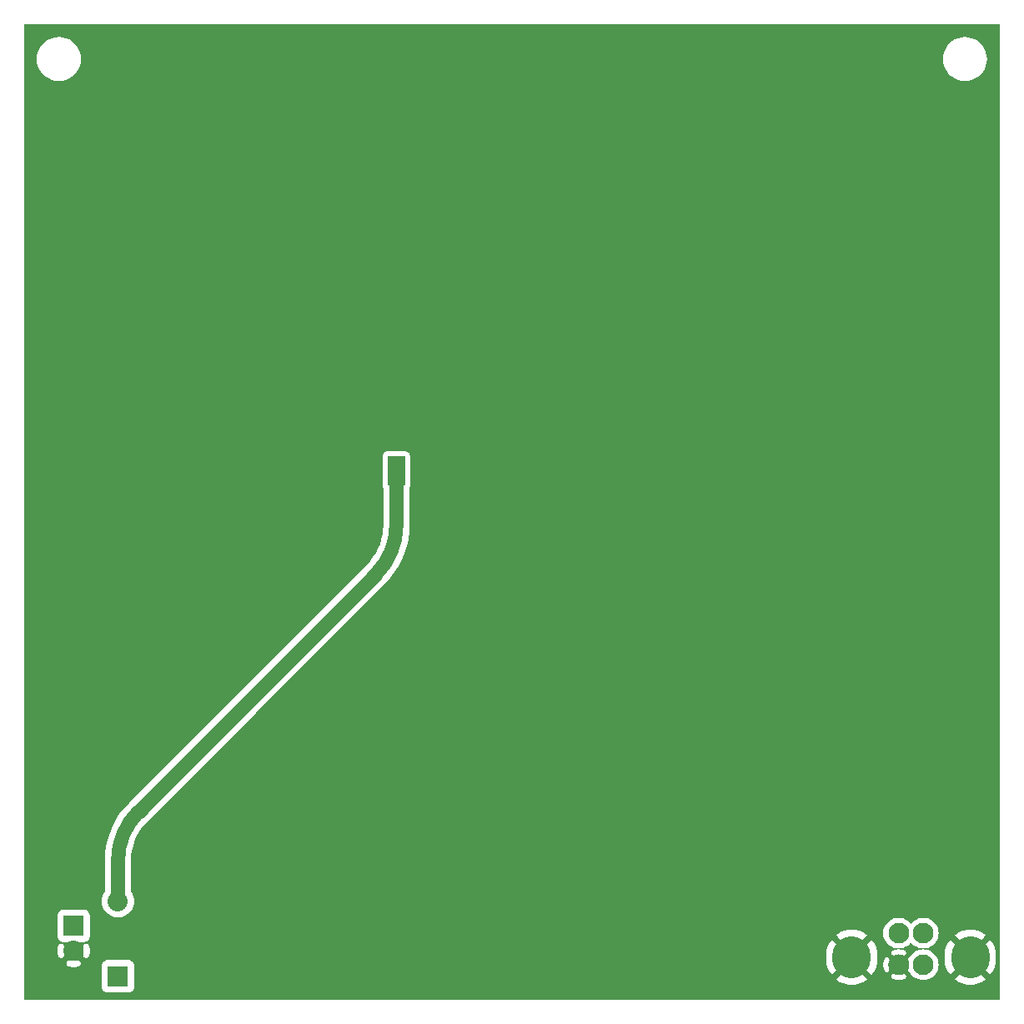
<source format=gbl>
G04 start of page 2 for group 8 layer_idx 1 *
G04 Title: (unknown), bottom_copper *
G04 Creator: pcb-rnd 3.1.5-dev *
G04 CreationDate: 2024-03-24 09:53:49 UTC *
G04 For: STEM4ukraine *
G04 Format: Gerber/RS-274X *
G04 PCB-Dimensions: 393701 393701 *
G04 PCB-Coordinate-Origin: lower left *
%MOIN*%
%FSLAX25Y25*%
%LNBOTTOM_COPPER_NONE_8*%
%ADD27C,0.0374*%
%ADD26C,0.0394*%
%ADD25C,0.1220*%
%ADD24C,0.1260*%
%ADD23C,0.0827*%
%ADD22C,0.1535*%
%ADD21C,0.0800*%
%ADD20C,0.0551*%
%ADD19C,0.0001*%
G54D19*G36*
X391732Y391732D02*Y1969D01*
X385658D01*
Y9593D01*
X386079Y9851D01*
X386344Y10077D01*
X385658Y10764D01*
Y14299D01*
X388112Y11845D01*
X388338Y12110D01*
X389175Y13476D01*
X389788Y14956D01*
X390162Y16513D01*
X390256Y18110D01*
Y19685D01*
X390162Y21282D01*
X389788Y22840D01*
X389175Y24320D01*
X388338Y25685D01*
X388112Y25950D01*
X385658Y23496D01*
Y27032D01*
X386344Y27718D01*
X386079Y27944D01*
X385658Y28202D01*
Y373685D01*
X385817Y373946D01*
X386347Y375225D01*
X386670Y376572D01*
X386752Y377953D01*
X386670Y379334D01*
X386347Y380680D01*
X385817Y381960D01*
X385658Y382220D01*
Y391732D01*
X391732D01*
G37*
G36*
X384713Y28781D02*X383233Y29394D01*
X381676Y29768D01*
X380079Y29894D01*
X378482Y29768D01*
X377939Y29638D01*
Y369127D01*
X377953Y369126D01*
X379334Y369235D01*
X380680Y369558D01*
X381960Y370088D01*
X383141Y370812D01*
X384194Y371712D01*
X385093Y372765D01*
X385658Y373685D01*
Y28202D01*
X384713Y28781D01*
G37*
G36*
X380079Y16342D02*X377939Y14203D01*
Y17738D01*
X379098Y18898D01*
X377939Y20057D01*
Y23592D01*
X380079Y21453D01*
X385658Y27032D01*
Y23496D01*
X381059Y18898D01*
X385658Y14299D01*
Y10764D01*
X380079Y16342D01*
G37*
G36*
X377939Y1969D02*Y8158D01*
X378482Y8027D01*
X380079Y7902D01*
X381676Y8027D01*
X383233Y8401D01*
X384713Y9014D01*
X385658Y9593D01*
Y1969D01*
X377939D01*
G37*
G36*
X385658Y391732D02*Y382220D01*
X385093Y383141D01*
X384194Y384194D01*
X383141Y385093D01*
X381960Y385817D01*
X380680Y386347D01*
X379334Y386670D01*
X377953Y386779D01*
X377939Y386778D01*
Y391732D01*
X385658D01*
G37*
G36*
X377939D02*Y386778D01*
X376572Y386670D01*
X375225Y386347D01*
X373946Y385817D01*
X372765Y385093D01*
X371712Y384194D01*
X370812Y383141D01*
X370088Y381960D01*
X369558Y380680D01*
X369235Y379334D01*
X369126Y377953D01*
X369235Y376572D01*
X369558Y375225D01*
X370088Y373946D01*
X370812Y372765D01*
X371712Y371712D01*
X372765Y370812D01*
X373946Y370088D01*
X375225Y369558D01*
X376572Y369235D01*
X377939Y369127D01*
Y29638D01*
X376924Y29394D01*
X375444Y28781D01*
X374078Y27944D01*
X373814Y27718D01*
X377939Y23592D01*
Y20057D01*
X372046Y25950D01*
X371820Y25685D01*
X370983Y24320D01*
X370370Y22840D01*
X369996Y21282D01*
X369902Y19685D01*
Y18110D01*
X369996Y16513D01*
X370370Y14956D01*
X370983Y13476D01*
X371820Y12110D01*
X372046Y11845D01*
X377939Y17738D01*
Y14203D01*
X373814Y10077D01*
X374078Y9851D01*
X375444Y9014D01*
X376924Y8401D01*
X377939Y8158D01*
Y1969D01*
X356368D01*
Y12273D01*
X356949Y11594D01*
X357683Y10967D01*
X358506Y10463D01*
X359398Y10093D01*
X360337Y9868D01*
X361299Y9792D01*
X362262Y9868D01*
X363201Y10093D01*
X364093Y10463D01*
X364916Y10967D01*
X365650Y11594D01*
X366277Y12328D01*
X366781Y13152D01*
X367151Y14044D01*
X367376Y14982D01*
X367433Y15945D01*
X367376Y16907D01*
X367151Y17846D01*
X366781Y18738D01*
X366277Y19561D01*
X365650Y20296D01*
X364916Y20923D01*
X364093Y21427D01*
X363201Y21797D01*
X362262Y22022D01*
X361299Y22098D01*
X360337Y22022D01*
X359398Y21797D01*
X358506Y21427D01*
X357683Y20923D01*
X356949Y20296D01*
X356368Y19616D01*
Y24850D01*
X356378Y24861D01*
X356949Y24193D01*
X357683Y23566D01*
X358506Y23061D01*
X359398Y22692D01*
X360337Y22466D01*
X361299Y22391D01*
X362262Y22466D01*
X363201Y22692D01*
X364093Y23061D01*
X364916Y23566D01*
X365650Y24193D01*
X366277Y24927D01*
X366781Y25750D01*
X367151Y26642D01*
X367376Y27581D01*
X367433Y28543D01*
X367376Y29506D01*
X367151Y30445D01*
X366781Y31337D01*
X366277Y32160D01*
X365650Y32894D01*
X364916Y33521D01*
X364093Y34025D01*
X363201Y34395D01*
X362262Y34620D01*
X361299Y34696D01*
X360337Y34620D01*
X359398Y34395D01*
X358506Y34025D01*
X357683Y33521D01*
X356949Y32894D01*
X356378Y32226D01*
X356368Y32237D01*
Y391732D01*
X377939D01*
G37*
G36*
X352419Y22466D02*X353358Y22692D01*
X354250Y23061D01*
X355073Y23566D01*
X355807Y24193D01*
X356368Y24850D01*
Y19616D01*
X356322Y19561D01*
X355909Y18887D01*
X355805Y18854D01*
X355665Y18781D01*
X355537Y18688D01*
X355426Y18576D01*
X355333Y18448D01*
X355262Y18307D01*
X355214Y18156D01*
X355189Y18000D01*
X355190Y17842D01*
X355215Y17686D01*
X355267Y17537D01*
X355332Y17366D01*
X355222Y16907D01*
X355146Y15945D01*
X355222Y14982D01*
X355333Y14520D01*
X355271Y14351D01*
X355219Y14203D01*
X355194Y14047D01*
X355193Y13890D01*
X355218Y13734D01*
X355266Y13584D01*
X355337Y13444D01*
X355429Y13316D01*
X355540Y13205D01*
X355667Y13112D01*
X355807Y13040D01*
X355905Y13008D01*
X356322Y12328D01*
X356368Y12273D01*
Y1969D01*
X351459D01*
Y9811D01*
X351727D01*
X352264Y9858D01*
X352796Y9953D01*
X353317Y10094D01*
X353824Y10280D01*
X353965Y10351D01*
X354093Y10444D01*
X354204Y10556D01*
X354297Y10684D01*
X354368Y10826D01*
X354416Y10976D01*
X354440Y11132D01*
X354440Y11290D01*
X354415Y11446D01*
X354365Y11596D01*
X354293Y11737D01*
X354200Y11864D01*
X354088Y11976D01*
X353960Y12068D01*
X353819Y12140D01*
X353668Y12188D01*
X353512Y12212D01*
X353354Y12212D01*
X353198Y12187D01*
X353049Y12134D01*
X352709Y12005D01*
X352358Y11911D01*
X352001Y11847D01*
X351638Y11815D01*
X351459D01*
Y20075D01*
X351638D01*
X352001Y20043D01*
X352358Y19979D01*
X352709Y19884D01*
X353051Y19759D01*
X353199Y19707D01*
X353354Y19682D01*
X353512Y19682D01*
X353667Y19706D01*
X353817Y19754D01*
X353958Y19825D01*
X354085Y19917D01*
X354197Y20028D01*
X354290Y20155D01*
X354362Y20295D01*
X354411Y20445D01*
X354436Y20600D01*
X354436Y20757D01*
X354412Y20913D01*
X354364Y21063D01*
X354293Y21203D01*
X354201Y21331D01*
X354090Y21442D01*
X353963Y21535D01*
X353822Y21604D01*
X353317Y21796D01*
X352796Y21937D01*
X352264Y22031D01*
X351727Y22079D01*
X351459D01*
Y22391D01*
X352419Y22466D01*
G37*
G36*
X356368Y391732D02*Y32237D01*
X355807Y32894D01*
X355073Y33521D01*
X354250Y34025D01*
X353358Y34395D01*
X352419Y34620D01*
X351459Y34696D01*
Y391732D01*
X356368D01*
G37*
G36*
X347106Y24193D02*X347840Y23566D01*
X348663Y23061D01*
X349555Y22692D01*
X350494Y22466D01*
X351457Y22391D01*
X351459Y22391D01*
Y22079D01*
X351187D01*
X350649Y22031D01*
X350117Y21937D01*
X349596Y21796D01*
X349089Y21610D01*
X348948Y21539D01*
X348821Y21446D01*
X348709Y21333D01*
X348617Y21205D01*
X348546Y21064D01*
X348497Y20914D01*
X348473Y20758D01*
X348473Y20600D01*
X348499Y20444D01*
X348548Y20293D01*
X348620Y20153D01*
X348713Y20025D01*
X348826Y19914D01*
X348954Y19821D01*
X349095Y19750D01*
X349245Y19702D01*
X349401Y19678D01*
X349559Y19678D01*
X349715Y19703D01*
X349864Y19755D01*
X350204Y19884D01*
X350555Y19979D01*
X350913Y20043D01*
X351275Y20075D01*
X351459D01*
Y11815D01*
X351275D01*
X350913Y11847D01*
X350555Y11911D01*
X350204Y12005D01*
X349863Y12131D01*
X349714Y12183D01*
X349559Y12208D01*
X349402Y12208D01*
X349246Y12184D01*
X349096Y12136D01*
X348956Y12065D01*
X348828Y11973D01*
X348717Y11862D01*
X348624Y11735D01*
X348552Y11595D01*
X348503Y11445D01*
X348477Y11290D01*
X348477Y11132D01*
X348501Y10977D01*
X348549Y10827D01*
X348620Y10687D01*
X348712Y10559D01*
X348823Y10447D01*
X348950Y10354D01*
X349092Y10285D01*
X349596Y10094D01*
X350117Y9953D01*
X350649Y9858D01*
X351187Y9811D01*
X351459D01*
Y1969D01*
X346523D01*
Y12980D01*
X346644Y12961D01*
X346802Y12962D01*
X346958Y12987D01*
X347108Y13036D01*
X347249Y13108D01*
X347376Y13202D01*
X347488Y13314D01*
X347580Y13442D01*
X347651Y13583D01*
X347700Y13733D01*
X347724Y13890D01*
X347724Y14048D01*
X347698Y14204D01*
X347646Y14353D01*
X347517Y14692D01*
X347422Y15043D01*
X347359Y15401D01*
X347327Y15763D01*
Y16127D01*
X347359Y16489D01*
X347422Y16847D01*
X347517Y17198D01*
X347642Y17539D01*
X347694Y17687D01*
X347720Y17843D01*
X347720Y18000D01*
X347696Y18155D01*
X347648Y18305D01*
X347577Y18446D01*
X347485Y18573D01*
X347374Y18685D01*
X347247Y18778D01*
X347107Y18850D01*
X346957Y18899D01*
X346802Y18924D01*
X346644Y18925D01*
X346523Y18906D01*
Y24875D01*
X347106Y24193D01*
G37*
G36*
X351459Y391732D02*Y34696D01*
X351457Y34696D01*
X350494Y34620D01*
X349555Y34395D01*
X348663Y34025D01*
X347840Y33521D01*
X347106Y32894D01*
X346523Y32212D01*
Y391732D01*
X351459D01*
G37*
G36*
X346523D02*Y32212D01*
X346479Y32160D01*
X345975Y31337D01*
X345605Y30445D01*
X345380Y29506D01*
X345304Y28543D01*
X345380Y27581D01*
X345605Y26642D01*
X345975Y25750D01*
X346479Y24927D01*
X346523Y24875D01*
Y18906D01*
X346489Y18900D01*
X346339Y18852D01*
X346198Y18781D01*
X346071Y18689D01*
X345959Y18578D01*
X345866Y18451D01*
X345797Y18310D01*
X345606Y17805D01*
X345465Y17284D01*
X345370Y16753D01*
X345323Y16215D01*
Y15675D01*
X345370Y15137D01*
X345465Y14606D01*
X345606Y14084D01*
X345792Y13578D01*
X345863Y13437D01*
X345956Y13309D01*
X346068Y13198D01*
X346196Y13105D01*
X346337Y13034D01*
X346488Y12985D01*
X346523Y12980D01*
Y1969D01*
X338256D01*
Y9593D01*
X338678Y9851D01*
X338942Y10077D01*
X338256Y10764D01*
Y14299D01*
X340710Y11845D01*
X340936Y12110D01*
X341773Y13476D01*
X342386Y14956D01*
X342760Y16513D01*
X342854Y18110D01*
Y19685D01*
X342760Y21282D01*
X342386Y22840D01*
X341773Y24320D01*
X340936Y25685D01*
X340710Y25950D01*
X338256Y23496D01*
Y27032D01*
X338942Y27718D01*
X338678Y27944D01*
X338256Y28202D01*
Y391732D01*
X346523D01*
G37*
G36*
X332677Y16342D02*Y21453D01*
X338256Y27032D01*
Y23496D01*
X333658Y18898D01*
X338256Y14299D01*
Y10764D01*
X332677Y16342D01*
G37*
G36*
Y1969D02*Y7902D01*
X334274Y8027D01*
X335832Y8401D01*
X337312Y9014D01*
X338256Y9593D01*
Y1969D01*
X332677D01*
G37*
G36*
X338256Y391732D02*Y28202D01*
X337312Y28781D01*
X335832Y29394D01*
X334274Y29768D01*
X332677Y29894D01*
Y391732D01*
X338256D01*
G37*
G36*
X328043Y9014D02*X329523Y8401D01*
X331080Y8027D01*
X332677Y7902D01*
Y1969D01*
X327098D01*
Y9593D01*
X328043Y9014D01*
G37*
G36*
X332677Y21453D02*Y16342D01*
X327098Y10764D01*
Y14299D01*
X331697Y18898D01*
X327098Y23496D01*
Y27032D01*
X332677Y21453D01*
G37*
G36*
Y391732D02*Y29894D01*
X331080Y29768D01*
X329523Y29394D01*
X328043Y28781D01*
X327098Y28202D01*
Y391732D01*
X332677D01*
G37*
G36*
X327098D02*Y28202D01*
X326677Y27944D01*
X326412Y27718D01*
X327098Y27032D01*
Y23496D01*
X324644Y25950D01*
X324418Y25685D01*
X323581Y24320D01*
X322968Y22840D01*
X322594Y21282D01*
X322500Y19685D01*
Y18110D01*
X322594Y16513D01*
X322968Y14956D01*
X323581Y13476D01*
X324418Y12110D01*
X324644Y11845D01*
X327098Y14299D01*
Y10764D01*
X326412Y10077D01*
X326677Y9851D01*
X327098Y9593D01*
Y1969D01*
X94475D01*
Y116570D01*
X146314Y168409D01*
X146315Y168409D01*
X148272Y170499D01*
X150016Y172772D01*
X151556Y175189D01*
X152879Y177731D01*
X153976Y180378D01*
X154837Y183111D01*
X155457Y185908D01*
X155831Y188749D01*
X155956Y191612D01*
X155925Y192051D01*
Y206634D01*
X156002Y206821D01*
X156076Y207127D01*
X156101Y207441D01*
X156094Y207519D01*
Y219174D01*
X156101Y219252D01*
X156076Y219566D01*
X156002Y219872D01*
X155882Y220163D01*
X155718Y220431D01*
X155513Y220671D01*
X155274Y220875D01*
X155005Y221039D01*
X154714Y221160D01*
X154408Y221233D01*
X154094Y221258D01*
X154016Y221252D01*
X147283D01*
X147205Y221258D01*
X146891Y221233D01*
X146891Y221233D01*
X146585Y221160D01*
X146294Y221039D01*
X146026Y220875D01*
X145786Y220671D01*
X145582Y220431D01*
X145417Y220163D01*
X145297Y219872D01*
X145223Y219566D01*
X145199Y219252D01*
X145205Y219173D01*
Y207519D01*
X145199Y207441D01*
X145223Y207127D01*
X145297Y206821D01*
X145413Y206539D01*
Y191972D01*
X145392Y191612D01*
X145329Y189668D01*
X145075Y187739D01*
X144653Y185840D01*
X144068Y183984D01*
X143324Y182186D01*
X142425Y180461D01*
X141380Y178820D01*
X140195Y177276D01*
X138881Y175841D01*
X94475Y131436D01*
Y391732D01*
X327098D01*
G37*
G36*
X40390Y34899D02*X41385Y35138D01*
X42330Y35529D01*
X43202Y36064D01*
X43980Y36728D01*
X44645Y37506D01*
X45179Y38379D01*
X45571Y39324D01*
X45810Y40319D01*
X45870Y41339D01*
X45810Y42359D01*
X45571Y43353D01*
X45179Y44299D01*
X44645Y45171D01*
X44626Y45193D01*
Y57123D01*
X44647Y57482D01*
X44711Y59426D01*
X44965Y61355D01*
X45386Y63255D01*
X45971Y65110D01*
X46716Y66908D01*
X47614Y68634D01*
X48659Y70275D01*
X49844Y71818D01*
X51158Y73253D01*
X94475Y116570D01*
Y1969D01*
X39370D01*
Y4839D01*
X43272D01*
X43370Y4831D01*
X43762Y4862D01*
X43762Y4862D01*
X44145Y4954D01*
X44509Y5104D01*
X44844Y5310D01*
X45143Y5565D01*
X45399Y5865D01*
X45604Y6200D01*
X45755Y6564D01*
X45847Y6946D01*
X45878Y7339D01*
X45870Y7437D01*
Y15241D01*
X45878Y15339D01*
X45847Y15731D01*
X45847Y15731D01*
X45755Y16114D01*
X45604Y16477D01*
X45399Y16813D01*
X45143Y17112D01*
X44844Y17367D01*
X44509Y17573D01*
X44145Y17724D01*
X43762Y17815D01*
X43370Y17846D01*
X43272Y17839D01*
X39370D01*
Y34819D01*
X40390Y34899D01*
G37*
G36*
X94475Y391732D02*Y131436D01*
X43725Y80686D01*
X43725Y80685D01*
X41767Y78595D01*
X40023Y76322D01*
X39370Y75297D01*
Y391732D01*
X94475D01*
G37*
G36*
X39370D02*Y75297D01*
X38483Y73905D01*
X37160Y71364D01*
X36064Y68716D01*
X35202Y65984D01*
X34582Y63186D01*
X34208Y60345D01*
X34083Y57482D01*
X34114Y57043D01*
Y45193D01*
X34095Y45171D01*
X33561Y44299D01*
X33169Y43353D01*
X32930Y42359D01*
X32850Y41339D01*
X32930Y40319D01*
X33169Y39324D01*
X33561Y38379D01*
X34095Y37506D01*
X34760Y36728D01*
X35538Y36064D01*
X36410Y35529D01*
X37355Y35138D01*
X38350Y34899D01*
X39370Y34819D01*
Y17839D01*
X35468D01*
X35370Y17846D01*
X34978Y17815D01*
X34978Y17815D01*
X34595Y17724D01*
X34232Y17573D01*
X33896Y17367D01*
X33597Y17112D01*
X33341Y16813D01*
X33136Y16477D01*
X32985Y16114D01*
X32893Y15731D01*
X32862Y15339D01*
X32870Y15241D01*
Y7437D01*
X32862Y7339D01*
X32893Y6946D01*
X32893Y6946D01*
X32985Y6564D01*
X33136Y6200D01*
X33341Y5865D01*
X33597Y5565D01*
X33896Y5310D01*
X34232Y5104D01*
X34595Y4954D01*
X34978Y4862D01*
X35370Y4831D01*
X35468Y4839D01*
X39370D01*
Y1969D01*
X26775D01*
Y18654D01*
X26857Y18661D01*
X27048Y18708D01*
X27229Y18784D01*
X27397Y18888D01*
X27546Y19016D01*
X27673Y19167D01*
X27775Y19335D01*
X27845Y19518D01*
X28002Y20071D01*
X28103Y20636D01*
X28154Y21209D01*
Y21783D01*
X28103Y22356D01*
X28002Y22921D01*
X27851Y23476D01*
X27778Y23659D01*
X27676Y23828D01*
X27548Y23979D01*
X27399Y24108D01*
X27231Y24211D01*
X27049Y24288D01*
X26857Y24335D01*
X26775Y24342D01*
Y25255D01*
X26792Y25262D01*
X27128Y25467D01*
X27427Y25723D01*
X27682Y26022D01*
X27888Y26358D01*
X28039Y26721D01*
X28130Y27104D01*
X28161Y27496D01*
X28154Y27594D01*
Y35398D01*
X28161Y35496D01*
X28130Y35888D01*
X28130Y35888D01*
X28039Y36271D01*
X27888Y36635D01*
X27682Y36970D01*
X27427Y37269D01*
X27128Y37525D01*
X26792Y37730D01*
X26775Y37737D01*
Y391732D01*
X39370D01*
G37*
G36*
X21656Y1969D02*Y14996D01*
X21941D01*
X22513Y15047D01*
X23079Y15148D01*
X23633Y15298D01*
X23817Y15372D01*
X23985Y15474D01*
X24136Y15601D01*
X24265Y15751D01*
X24369Y15918D01*
X24445Y16100D01*
X24492Y16292D01*
X24509Y16489D01*
X24494Y16686D01*
X24449Y16878D01*
X24375Y17061D01*
X24272Y17229D01*
X24145Y17380D01*
X23995Y17509D01*
X23828Y17613D01*
X23646Y17689D01*
X23454Y17736D01*
X23257Y17753D01*
X23061Y17738D01*
X22870Y17689D01*
X22530Y17593D01*
X22182Y17531D01*
X21830Y17500D01*
X21656D01*
Y24996D01*
X25556D01*
X25654Y24988D01*
X26046Y25019D01*
X26046Y25019D01*
X26428Y25111D01*
X26775Y25255D01*
Y24342D01*
X26661Y24351D01*
X26464Y24337D01*
X26272Y24292D01*
X26089Y24217D01*
X25920Y24115D01*
X25770Y23987D01*
X25641Y23838D01*
X25537Y23670D01*
X25460Y23488D01*
X25413Y23297D01*
X25397Y23100D01*
X25411Y22903D01*
X25460Y22712D01*
X25556Y22372D01*
X25618Y22025D01*
X25650Y21673D01*
Y21319D01*
X25618Y20968D01*
X25556Y20620D01*
X25464Y20279D01*
X25415Y20088D01*
X25401Y19892D01*
X25417Y19696D01*
X25464Y19505D01*
X25540Y19324D01*
X25644Y19156D01*
X25772Y19007D01*
X25923Y18880D01*
X26091Y18778D01*
X26273Y18704D01*
X26465Y18659D01*
X26661Y18645D01*
X26775Y18654D01*
Y1969D01*
X21656D01*
G37*
G36*
X26775Y391732D02*Y37737D01*
X26428Y37881D01*
X26046Y37973D01*
X25654Y38004D01*
X25556Y37996D01*
X21656D01*
Y371427D01*
X21989Y371712D01*
X22889Y372765D01*
X23612Y373946D01*
X24142Y375225D01*
X24466Y376572D01*
X24547Y377953D01*
X24466Y379334D01*
X24142Y380680D01*
X23612Y381960D01*
X22889Y383141D01*
X21989Y384194D01*
X21656Y384479D01*
Y391732D01*
X26775D01*
G37*
G36*
X17751Y37996D02*X17654Y38004D01*
X17261Y37973D01*
X17261Y37973D01*
X16879Y37881D01*
X16515Y37730D01*
X16180Y37525D01*
X15880Y37269D01*
X15734Y37099D01*
Y369127D01*
X15748Y369126D01*
X17129Y369235D01*
X18476Y369558D01*
X19755Y370088D01*
X20936Y370812D01*
X21656Y371427D01*
Y37996D01*
X17751D01*
G37*
G36*
X15734Y1969D02*Y19042D01*
X15759Y19014D01*
X15908Y18885D01*
X16076Y18781D01*
X16258Y18704D01*
X16450Y18657D01*
X16646Y18641D01*
X16843Y18655D01*
X17035Y18700D01*
X17218Y18775D01*
X17387Y18877D01*
X17537Y19005D01*
X17666Y19154D01*
X17770Y19322D01*
X17847Y19504D01*
X17894Y19696D01*
X17910Y19892D01*
X17896Y20089D01*
X17847Y20280D01*
X17751Y20620D01*
X17689Y20968D01*
X17657Y21319D01*
Y21673D01*
X17689Y22025D01*
X17751Y22372D01*
X17843Y22713D01*
X17892Y22904D01*
X17906Y23100D01*
X17890Y23296D01*
X17843Y23487D01*
X17767Y23668D01*
X17663Y23836D01*
X17535Y23985D01*
X17384Y24112D01*
X17216Y24214D01*
X17034Y24288D01*
X16843Y24333D01*
X16646Y24347D01*
X16450Y24331D01*
X16259Y24284D01*
X16078Y24208D01*
X15911Y24104D01*
X15762Y23976D01*
X15734Y23944D01*
Y25894D01*
X15880Y25723D01*
X16180Y25467D01*
X16515Y25262D01*
X16879Y25111D01*
X17261Y25019D01*
X17654Y24988D01*
X17752Y24996D01*
X21656D01*
Y17500D01*
X21477D01*
X21125Y17531D01*
X20777Y17593D01*
X20436Y17686D01*
X20246Y17734D01*
X20050Y17749D01*
X19854Y17732D01*
X19663Y17686D01*
X19481Y17609D01*
X19314Y17506D01*
X19165Y17377D01*
X19038Y17227D01*
X18936Y17059D01*
X18862Y16877D01*
X18817Y16685D01*
X18802Y16489D01*
X18819Y16293D01*
X18865Y16102D01*
X18942Y15920D01*
X19045Y15753D01*
X19174Y15604D01*
X19324Y15477D01*
X19492Y15375D01*
X19676Y15304D01*
X20228Y15148D01*
X20794Y15047D01*
X21366Y14996D01*
X21656D01*
Y1969D01*
X15734D01*
G37*
G36*
X21656Y391732D02*Y384479D01*
X20936Y385093D01*
X19755Y385817D01*
X18476Y386347D01*
X17129Y386670D01*
X15748Y386779D01*
X15734Y386778D01*
Y391732D01*
X21656D01*
G37*
G36*
X15734D02*Y386778D01*
X14367Y386670D01*
X13021Y386347D01*
X11741Y385817D01*
X10560Y385093D01*
X9507Y384194D01*
X8607Y383141D01*
X7884Y381960D01*
X7354Y380680D01*
X7030Y379334D01*
X6922Y377953D01*
X7030Y376572D01*
X7354Y375225D01*
X7884Y373946D01*
X8607Y372765D01*
X9507Y371712D01*
X10560Y370812D01*
X11741Y370088D01*
X13021Y369558D01*
X14367Y369235D01*
X15734Y369127D01*
Y37099D01*
X15625Y36970D01*
X15419Y36635D01*
X15269Y36271D01*
X15177Y35888D01*
X15146Y35496D01*
X15154Y35398D01*
Y27594D01*
X15146Y27496D01*
X15177Y27104D01*
X15177Y27104D01*
X15269Y26721D01*
X15419Y26358D01*
X15625Y26022D01*
X15734Y25894D01*
Y23944D01*
X15635Y23826D01*
X15533Y23657D01*
X15462Y23474D01*
X15305Y22921D01*
X15204Y22356D01*
X15154Y21783D01*
Y21209D01*
X15204Y20636D01*
X15305Y20071D01*
X15456Y19516D01*
X15529Y19333D01*
X15631Y19164D01*
X15734Y19042D01*
Y1969D01*
X1969D01*
Y391732D01*
X15734D01*
G37*
G54D20*X142597Y172125D02*X47442Y76970D01*
X39370Y57482D02*Y41339D01*
X150669Y213346D02*Y191612D01*
G75*G02X142597Y172125I-27559J0D01*G01*
X47442Y76970D02*G75*G03X39370Y57482I19487J-19487D01*G01*
G54D19*G36*
X144094Y207441D02*X137205D01*
Y219252D01*
X144094D01*
Y207441D01*
G37*
G36*
X25654Y27496D02*X17654D01*
Y35496D01*
X25654D01*
Y27496D01*
G37*
G54D21*X21654Y21496D03*
G54D19*G36*
X35370Y7339D02*Y15339D01*
X43370D01*
Y7339D01*
X35370D01*
G37*
G54D21*X39370Y41339D03*
G54D19*G36*
X154094Y207441D02*X147205D01*
Y219252D01*
X154094D01*
Y207441D01*
G37*
G54D22*X380079Y19685D02*Y18110D01*
G54D23*X351457Y28543D03*
X361299D03*
X351457Y15945D03*
G54D22*X332677Y19685D02*Y18110D01*
G54D23*X361299Y15945D03*
G54D24*G54D25*G54D26*G54D24*G54D27*M02*

</source>
